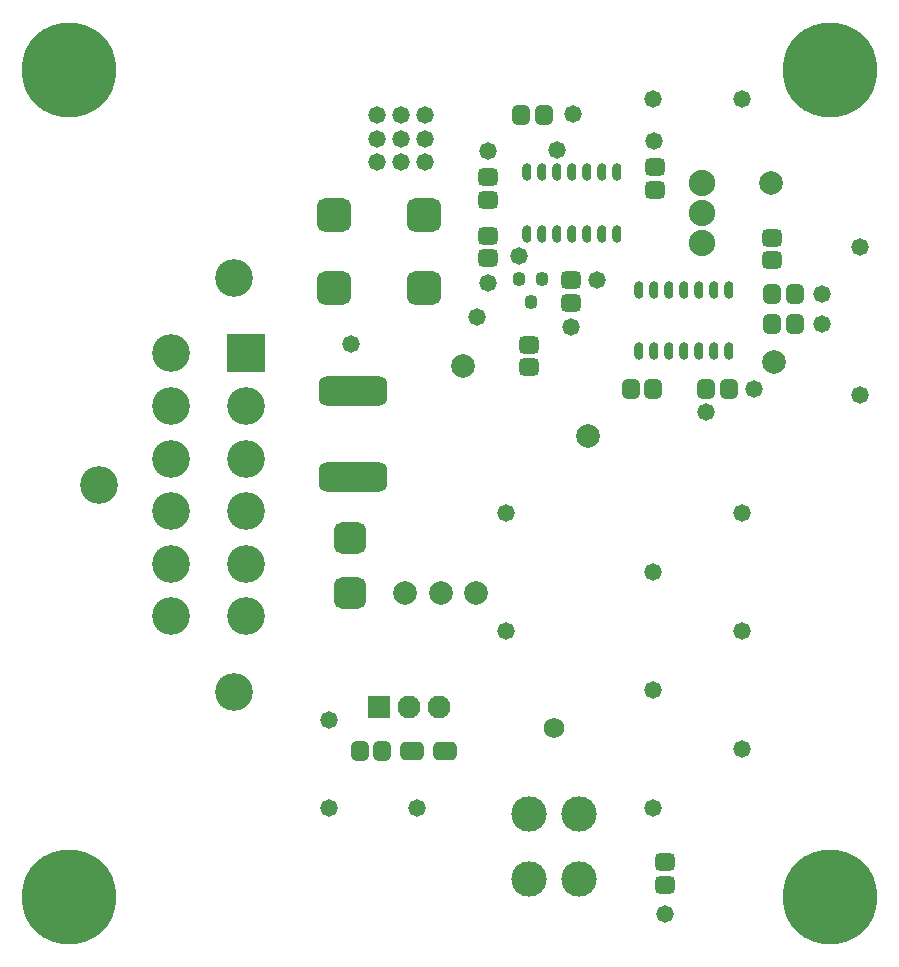
<source format=gts>
G04*
G04 #@! TF.GenerationSoftware,Altium Limited,Altium Designer,19.1.8 (144)*
G04*
G04 Layer_Color=8388736*
%FSLAX25Y25*%
%MOIN*%
G70*
G01*
G75*
G04:AMPARAMS|DCode=21|XSize=59.18mil|YSize=67.06mil|CornerRadius=16.8mil|HoleSize=0mil|Usage=FLASHONLY|Rotation=90.000|XOffset=0mil|YOffset=0mil|HoleType=Round|Shape=RoundedRectangle|*
%AMROUNDEDRECTD21*
21,1,0.05918,0.03347,0,0,90.0*
21,1,0.02559,0.06706,0,0,90.0*
1,1,0.03359,0.01674,0.01280*
1,1,0.03359,0.01674,-0.01280*
1,1,0.03359,-0.01674,-0.01280*
1,1,0.03359,-0.01674,0.01280*
%
%ADD21ROUNDEDRECTD21*%
G04:AMPARAMS|DCode=22|XSize=59.18mil|YSize=67.06mil|CornerRadius=16.8mil|HoleSize=0mil|Usage=FLASHONLY|Rotation=0.000|XOffset=0mil|YOffset=0mil|HoleType=Round|Shape=RoundedRectangle|*
%AMROUNDEDRECTD22*
21,1,0.05918,0.03347,0,0,0.0*
21,1,0.02559,0.06706,0,0,0.0*
1,1,0.03359,0.01280,-0.01674*
1,1,0.03359,-0.01280,-0.01674*
1,1,0.03359,-0.01280,0.01674*
1,1,0.03359,0.01280,0.01674*
%
%ADD22ROUNDEDRECTD22*%
G04:AMPARAMS|DCode=23|XSize=39.5mil|YSize=43.43mil|CornerRadius=11.87mil|HoleSize=0mil|Usage=FLASHONLY|Rotation=180.000|XOffset=0mil|YOffset=0mil|HoleType=Round|Shape=RoundedRectangle|*
%AMROUNDEDRECTD23*
21,1,0.03950,0.01968,0,0,180.0*
21,1,0.01575,0.04343,0,0,180.0*
1,1,0.02375,-0.00787,0.00984*
1,1,0.02375,0.00787,0.00984*
1,1,0.02375,0.00787,-0.00984*
1,1,0.02375,-0.00787,-0.00984*
%
%ADD23ROUNDEDRECTD23*%
G04:AMPARAMS|DCode=24|XSize=114.3mil|YSize=114.3mil|CornerRadius=30.57mil|HoleSize=0mil|Usage=FLASHONLY|Rotation=180.000|XOffset=0mil|YOffset=0mil|HoleType=Round|Shape=RoundedRectangle|*
%AMROUNDEDRECTD24*
21,1,0.11430,0.05315,0,0,180.0*
21,1,0.05315,0.11430,0,0,180.0*
1,1,0.06115,-0.02657,0.02657*
1,1,0.06115,0.02657,0.02657*
1,1,0.06115,0.02657,-0.02657*
1,1,0.06115,-0.02657,-0.02657*
%
%ADD24ROUNDEDRECTD24*%
%ADD25O,0.03000X0.06000*%
G04:AMPARAMS|DCode=26|XSize=78.87mil|YSize=63.12mil|CornerRadius=17.78mil|HoleSize=0mil|Usage=FLASHONLY|Rotation=0.000|XOffset=0mil|YOffset=0mil|HoleType=Round|Shape=RoundedRectangle|*
%AMROUNDEDRECTD26*
21,1,0.07887,0.02756,0,0,0.0*
21,1,0.04331,0.06312,0,0,0.0*
1,1,0.03556,0.02165,-0.01378*
1,1,0.03556,-0.02165,-0.01378*
1,1,0.03556,-0.02165,0.01378*
1,1,0.03556,0.02165,0.01378*
%
%ADD26ROUNDEDRECTD26*%
G04:AMPARAMS|DCode=27|XSize=98.55mil|YSize=228.47mil|CornerRadius=26.64mil|HoleSize=0mil|Usage=FLASHONLY|Rotation=270.000|XOffset=0mil|YOffset=0mil|HoleType=Round|Shape=RoundedRectangle|*
%AMROUNDEDRECTD27*
21,1,0.09855,0.17520,0,0,270.0*
21,1,0.04528,0.22847,0,0,270.0*
1,1,0.05328,-0.08760,-0.02264*
1,1,0.05328,-0.08760,0.02264*
1,1,0.05328,0.08760,0.02264*
1,1,0.05328,0.08760,-0.02264*
%
%ADD27ROUNDEDRECTD27*%
G04:AMPARAMS|DCode=28|XSize=106.42mil|YSize=106.42mil|CornerRadius=28.61mil|HoleSize=0mil|Usage=FLASHONLY|Rotation=270.000|XOffset=0mil|YOffset=0mil|HoleType=Round|Shape=RoundedRectangle|*
%AMROUNDEDRECTD28*
21,1,0.10642,0.04921,0,0,270.0*
21,1,0.04921,0.10642,0,0,270.0*
1,1,0.05721,-0.02461,-0.02461*
1,1,0.05721,-0.02461,0.02461*
1,1,0.05721,0.02461,0.02461*
1,1,0.05721,0.02461,-0.02461*
%
%ADD28ROUNDEDRECTD28*%
%ADD29C,0.31509*%
%ADD30C,0.07887*%
%ADD31C,0.08800*%
%ADD32C,0.12611*%
%ADD33R,0.12611X0.12611*%
%ADD34C,0.07690*%
%ADD35R,0.07690X0.07690*%
%ADD36C,0.06800*%
%ADD37C,0.11824*%
%ADD38C,0.05800*%
D21*
X446850Y139370D02*
D03*
Y131890D02*
D03*
X387795Y360236D02*
D03*
Y367716D02*
D03*
X387692Y348275D02*
D03*
Y340795D02*
D03*
X415457Y325937D02*
D03*
Y333417D02*
D03*
X443383Y363618D02*
D03*
Y371098D02*
D03*
X482383Y340118D02*
D03*
Y347598D02*
D03*
X401472Y311858D02*
D03*
Y304378D02*
D03*
D22*
X398969Y388479D02*
D03*
X406449D02*
D03*
X490008Y328843D02*
D03*
X482528D02*
D03*
X490008Y319001D02*
D03*
X482528D02*
D03*
X468110Y297244D02*
D03*
X460630D02*
D03*
X442913D02*
D03*
X435433D02*
D03*
X352488Y176555D02*
D03*
X345008D02*
D03*
D23*
X402039Y326031D02*
D03*
X398299Y333906D02*
D03*
X405780D02*
D03*
D24*
X336614Y355197D02*
D03*
X366614D02*
D03*
Y330709D02*
D03*
X336614D02*
D03*
D25*
X400779Y369406D02*
D03*
X405780D02*
D03*
X410779D02*
D03*
X415779D02*
D03*
X420780D02*
D03*
X425779D02*
D03*
X430780D02*
D03*
Y348933D02*
D03*
X425779D02*
D03*
X420780D02*
D03*
X415779D02*
D03*
X410779D02*
D03*
X405780D02*
D03*
X400779D02*
D03*
X438047Y330315D02*
D03*
X443047D02*
D03*
X448047D02*
D03*
X453047D02*
D03*
X458047D02*
D03*
X463047D02*
D03*
X468047D02*
D03*
Y309842D02*
D03*
X463047D02*
D03*
X458047D02*
D03*
X453047D02*
D03*
X448047D02*
D03*
X443047D02*
D03*
X438047D02*
D03*
D26*
X362488Y176555D02*
D03*
X373512D02*
D03*
D27*
X342646Y267874D02*
D03*
Y296614D02*
D03*
D28*
X341646Y229114D02*
D03*
Y247618D02*
D03*
D29*
X248031Y403543D02*
D03*
X501968D02*
D03*
Y127953D02*
D03*
X248031D02*
D03*
D30*
X482279Y365905D02*
D03*
X421260Y281496D02*
D03*
X483268Y306102D02*
D03*
X379307Y304748D02*
D03*
X383858Y229331D02*
D03*
X372047D02*
D03*
X360236D02*
D03*
D31*
X459080Y365745D02*
D03*
Y355745D02*
D03*
Y345745D02*
D03*
D32*
X258000Y265216D02*
D03*
X303000Y196161D02*
D03*
Y334272D02*
D03*
X307016Y291535D02*
D03*
Y274016D02*
D03*
Y256496D02*
D03*
Y238976D02*
D03*
Y221457D02*
D03*
X282016D02*
D03*
Y238976D02*
D03*
Y256496D02*
D03*
Y274016D02*
D03*
Y291535D02*
D03*
Y309055D02*
D03*
D33*
X307016D02*
D03*
D34*
X371488Y191055D02*
D03*
X361488D02*
D03*
D35*
X351488D02*
D03*
D36*
X409842Y184252D02*
D03*
D37*
X418110Y133858D02*
D03*
Y155512D02*
D03*
X401575Y133858D02*
D03*
Y155512D02*
D03*
D38*
X446850Y122047D02*
D03*
X442913Y393701D02*
D03*
X472441D02*
D03*
X511811Y344488D02*
D03*
Y295276D02*
D03*
X472441Y255906D02*
D03*
Y216535D02*
D03*
Y177165D02*
D03*
X442913Y157480D02*
D03*
Y196850D02*
D03*
Y236221D02*
D03*
X393701Y255906D02*
D03*
Y216535D02*
D03*
X334646Y187008D02*
D03*
X364173Y157480D02*
D03*
X334646D02*
D03*
X342126Y312205D02*
D03*
X416142Y388976D02*
D03*
X387795Y376378D02*
D03*
X384252Y321260D02*
D03*
X387795Y332677D02*
D03*
X443280Y379906D02*
D03*
X499016Y328740D02*
D03*
X415354Y317913D02*
D03*
X424213Y333661D02*
D03*
X460630Y289370D02*
D03*
X499016Y318898D02*
D03*
X476378Y297244D02*
D03*
X366642Y388476D02*
D03*
Y380602D02*
D03*
Y372728D02*
D03*
X358768D02*
D03*
Y380602D02*
D03*
Y388476D02*
D03*
X350894D02*
D03*
Y380602D02*
D03*
Y372728D02*
D03*
X410779Y376905D02*
D03*
X398280Y341406D02*
D03*
M02*

</source>
